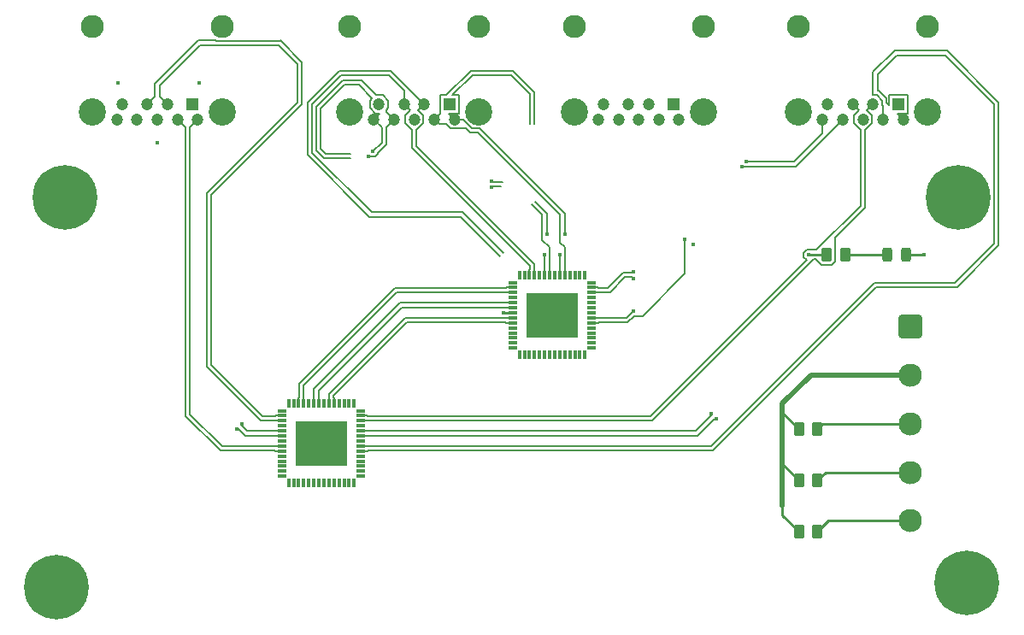
<source format=gbr>
%TF.GenerationSoftware,KiCad,Pcbnew,7.0.2*%
%TF.CreationDate,2023-08-08T23:25:05-03:00*%
%TF.ProjectId,USB Switch,55534220-5377-4697-9463-682e6b696361,rev?*%
%TF.SameCoordinates,Original*%
%TF.FileFunction,Copper,L1,Top*%
%TF.FilePolarity,Positive*%
%FSLAX46Y46*%
G04 Gerber Fmt 4.6, Leading zero omitted, Abs format (unit mm)*
G04 Created by KiCad (PCBNEW 7.0.2) date 2023-08-08 23:25:05*
%MOMM*%
%LPD*%
G01*
G04 APERTURE LIST*
G04 Aperture macros list*
%AMRoundRect*
0 Rectangle with rounded corners*
0 $1 Rounding radius*
0 $2 $3 $4 $5 $6 $7 $8 $9 X,Y pos of 4 corners*
0 Add a 4 corners polygon primitive as box body*
4,1,4,$2,$3,$4,$5,$6,$7,$8,$9,$2,$3,0*
0 Add four circle primitives for the rounded corners*
1,1,$1+$1,$2,$3*
1,1,$1+$1,$4,$5*
1,1,$1+$1,$6,$7*
1,1,$1+$1,$8,$9*
0 Add four rect primitives between the rounded corners*
20,1,$1+$1,$2,$3,$4,$5,0*
20,1,$1+$1,$4,$5,$6,$7,0*
20,1,$1+$1,$6,$7,$8,$9,0*
20,1,$1+$1,$8,$9,$2,$3,0*%
G04 Aperture macros list end*
%TA.AperFunction,ComponentPad*%
%ADD10R,1.200000X1.200000*%
%TD*%
%TA.AperFunction,ComponentPad*%
%ADD11C,1.200000*%
%TD*%
%TA.AperFunction,ComponentPad*%
%ADD12C,2.700000*%
%TD*%
%TA.AperFunction,ComponentPad*%
%ADD13C,2.280000*%
%TD*%
%TA.AperFunction,SMDPad,CuDef*%
%ADD14RoundRect,0.250000X0.262500X0.450000X-0.262500X0.450000X-0.262500X-0.450000X0.262500X-0.450000X0*%
%TD*%
%TA.AperFunction,SMDPad,CuDef*%
%ADD15RoundRect,0.250000X-0.262500X-0.450000X0.262500X-0.450000X0.262500X0.450000X-0.262500X0.450000X0*%
%TD*%
%TA.AperFunction,SMDPad,CuDef*%
%ADD16RoundRect,0.008100X-0.421900X-0.126900X0.421900X-0.126900X0.421900X0.126900X-0.421900X0.126900X0*%
%TD*%
%TA.AperFunction,SMDPad,CuDef*%
%ADD17RoundRect,0.008100X0.126900X-0.421900X0.126900X0.421900X-0.126900X0.421900X-0.126900X-0.421900X0*%
%TD*%
%TA.AperFunction,SMDPad,CuDef*%
%ADD18R,5.200000X4.500000*%
%TD*%
%TA.AperFunction,ComponentPad*%
%ADD19C,0.800000*%
%TD*%
%TA.AperFunction,ComponentPad*%
%ADD20C,6.400000*%
%TD*%
%TA.AperFunction,ComponentPad*%
%ADD21RoundRect,0.250001X-0.899999X0.899999X-0.899999X-0.899999X0.899999X-0.899999X0.899999X0.899999X0*%
%TD*%
%TA.AperFunction,ComponentPad*%
%ADD22C,2.300000*%
%TD*%
%TA.AperFunction,SMDPad,CuDef*%
%ADD23RoundRect,0.243750X0.243750X0.456250X-0.243750X0.456250X-0.243750X-0.456250X0.243750X-0.456250X0*%
%TD*%
%TA.AperFunction,ViaPad*%
%ADD24C,0.400000*%
%TD*%
%TA.AperFunction,Conductor*%
%ADD25C,0.500000*%
%TD*%
%TA.AperFunction,Conductor*%
%ADD26C,0.250000*%
%TD*%
%TA.AperFunction,Conductor*%
%ADD27C,0.200000*%
%TD*%
G04 APERTURE END LIST*
D10*
%TO.P,USB1,1,VBUS*%
%TO.N,/Switch/+5V*%
X66381087Y-82095000D03*
D11*
%TO.P,USB1,2,D-*%
%TO.N,/Switch/D0-*%
X63881087Y-82095000D03*
%TO.P,USB1,3,D+*%
%TO.N,/Switch/D0+*%
X61881087Y-82095000D03*
%TO.P,USB1,4,GND*%
%TO.N,GND*%
X59381087Y-82095000D03*
%TO.P,USB1,5,SSRX-*%
%TO.N,/Switch/D1-*%
X58881087Y-83595000D03*
%TO.P,USB1,6,SSRX+*%
%TO.N,/Switch/D1+*%
X60881087Y-83595000D03*
%TO.P,USB1,7,GND_DRAIN*%
%TO.N,GND*%
X62881087Y-83595000D03*
%TO.P,USB1,8,SSTX-*%
%TO.N,/Switch/D2-*%
X64881087Y-83595000D03*
%TO.P,USB1,9,SSTX+*%
%TO.N,/Switch/D2+*%
X66881087Y-83595000D03*
D12*
%TO.P,USB1,MH1,MH1*%
%TO.N,unconnected-(USB1-PadMH1)*%
X69281087Y-82845000D03*
%TO.P,USB1,MH2,MH2*%
%TO.N,unconnected-(USB1-PadMH2)*%
X56481087Y-82845000D03*
D13*
%TO.P,USB1,MH3,MH3*%
%TO.N,unconnected-(USB1-PadMH3)*%
X69281087Y-74345000D03*
%TO.P,USB1,MH4,MH4*%
%TO.N,unconnected-(USB1-PadMH4)*%
X56481087Y-74345000D03*
%TD*%
D14*
%TO.P,R3,1*%
%TO.N,/S1*%
X128245000Y-119380000D03*
%TO.P,R3,2*%
%TO.N,/GND*%
X126420000Y-119380000D03*
%TD*%
D10*
%TO.P,USB4,1,VBUS*%
%TO.N,unconnected-(USB4-VBUS-Pad1)*%
X136281087Y-82095000D03*
D11*
%TO.P,USB4,2,D-*%
%TO.N,/Switch/USB_C_D0-*%
X133781087Y-82095000D03*
%TO.P,USB4,3,D+*%
%TO.N,/Switch/USB_C_D0+*%
X131781087Y-82095000D03*
%TO.P,USB4,4,GND*%
%TO.N,unconnected-(USB4-GND-Pad4)*%
X129281087Y-82095000D03*
%TO.P,USB4,5,SSRX-*%
%TO.N,/Switch/USB_C_D1-*%
X128781087Y-83595000D03*
%TO.P,USB4,6,SSRX+*%
%TO.N,/Switch/USB_C_D1+*%
X130781087Y-83595000D03*
%TO.P,USB4,7,GND_DRAIN*%
%TO.N,unconnected-(USB4-GND_DRAIN-Pad7)*%
X132781087Y-83595000D03*
%TO.P,USB4,8,SSTX-*%
%TO.N,/Switch/USB_C_D2-*%
X134781087Y-83595000D03*
%TO.P,USB4,9,SSTX+*%
%TO.N,/Switch/USB_C_D2+*%
X136781087Y-83595000D03*
D12*
%TO.P,USB4,MH1,MH1*%
%TO.N,unconnected-(USB4-PadMH1)*%
X139181087Y-82845000D03*
%TO.P,USB4,MH2,MH2*%
%TO.N,unconnected-(USB4-PadMH2)*%
X126381087Y-82845000D03*
D13*
%TO.P,USB4,MH3,MH3*%
%TO.N,unconnected-(USB4-PadMH3)*%
X139181087Y-74345000D03*
%TO.P,USB4,MH4,MH4*%
%TO.N,unconnected-(USB4-PadMH4)*%
X126381087Y-74345000D03*
%TD*%
D15*
%TO.P,R1,1*%
%TO.N,/+5V*%
X129175000Y-97000000D03*
%TO.P,R1,2*%
%TO.N,Net-(D1-A)*%
X131000000Y-97000000D03*
%TD*%
D10*
%TO.P,USB3,1,VBUS*%
%TO.N,unconnected-(USB3-VBUS-Pad1)*%
X114056087Y-82095000D03*
D11*
%TO.P,USB3,2,D-*%
%TO.N,/Switch/USB_B_D0-*%
X111556087Y-82095000D03*
%TO.P,USB3,3,D+*%
%TO.N,/Switch/USB_B_D0+*%
X109556087Y-82095000D03*
%TO.P,USB3,4,GND*%
%TO.N,unconnected-(USB3-GND-Pad4)*%
X107056087Y-82095000D03*
%TO.P,USB3,5,SSRX-*%
%TO.N,/Switch/USB_B_D1-*%
X106556087Y-83595000D03*
%TO.P,USB3,6,SSRX+*%
%TO.N,/Switch/USB_B_D1+*%
X108556087Y-83595000D03*
%TO.P,USB3,7,GND_DRAIN*%
%TO.N,unconnected-(USB3-GND_DRAIN-Pad7)*%
X110556087Y-83595000D03*
%TO.P,USB3,8,SSTX-*%
%TO.N,/Switch/USB_B_D2-*%
X112556087Y-83595000D03*
%TO.P,USB3,9,SSTX+*%
%TO.N,/Switch/USB_B_D2+*%
X114556087Y-83595000D03*
D12*
%TO.P,USB3,MH1,MH1*%
%TO.N,unconnected-(USB3-PadMH1)*%
X116956087Y-82845000D03*
%TO.P,USB3,MH2,MH2*%
%TO.N,unconnected-(USB3-PadMH2)*%
X104156087Y-82845000D03*
D13*
%TO.P,USB3,MH3,MH3*%
%TO.N,unconnected-(USB3-PadMH3)*%
X116956087Y-74345000D03*
%TO.P,USB3,MH4,MH4*%
%TO.N,unconnected-(USB3-PadMH4)*%
X104156087Y-74345000D03*
%TD*%
D16*
%TO.P,S1,1,AUX_SEL*%
%TO.N,/S1*%
X75198000Y-112445000D03*
%TO.P,S1,2,D0_C+*%
%TO.N,/Switch/D0+*%
X75198000Y-112945000D03*
%TO.P,S1,3,D0_C-*%
%TO.N,/Switch/D0-*%
X75198000Y-113445000D03*
%TO.P,S1,4,GND0*%
%TO.N,GND*%
X75198000Y-113945000D03*
%TO.P,S1,5,D1_C+*%
%TO.N,/Switch/D1+*%
X75198000Y-114445000D03*
%TO.P,S1,6,D1_C-*%
%TO.N,/Switch/D1-*%
X75198000Y-114945000D03*
%TO.P,S1,7,GND1*%
%TO.N,GND*%
X75198000Y-115445000D03*
%TO.P,S1,8,D2_C+*%
%TO.N,/Switch/D2+*%
X75198000Y-115945000D03*
%TO.P,S1,9,D2_C-*%
%TO.N,/Switch/D2-*%
X75198000Y-116445000D03*
%TO.P,S1,10,GND2*%
%TO.N,GND*%
X75198000Y-116945000D03*
%TO.P,S1,11,D3_C+*%
%TO.N,unconnected-(S1-D3_C+-Pad11)*%
X75198000Y-117445000D03*
%TO.P,S1,12,D3_C-*%
%TO.N,unconnected-(S1-D3_C--Pad12)*%
X75198000Y-117945000D03*
%TO.P,S1,13,AUX_C+*%
%TO.N,unconnected-(S1-AUX_C+-Pad13)*%
X75198000Y-118445000D03*
%TO.P,S1,14,AUX_C-*%
%TO.N,unconnected-(S1-AUX_C--Pad14)*%
X75198000Y-118945000D03*
D17*
%TO.P,S1,15,HPD_C*%
%TO.N,unconnected-(S1-HPD_C-Pad15)*%
X75883000Y-119630000D03*
%TO.P,S1,16,HPD_A*%
%TO.N,unconnected-(S1-HPD_A-Pad16)*%
X76383000Y-119630000D03*
%TO.P,S1,17,HPD_B*%
%TO.N,unconnected-(S1-HPD_B-Pad17)*%
X76883000Y-119630000D03*
%TO.P,S1,18,DDC_CLK_C*%
%TO.N,unconnected-(S1-DDC_CLK_C-Pad18)*%
X77383000Y-119630000D03*
%TO.P,S1,19,VDD0*%
%TO.N,/Switch/+5V*%
X77883000Y-119630000D03*
%TO.P,S1,20,NC0*%
%TO.N,unconnected-(S1-NC0-Pad20)*%
X78383000Y-119630000D03*
%TO.P,S1,21,NC1*%
%TO.N,unconnected-(S1-NC1-Pad21)*%
X78883000Y-119630000D03*
%TO.P,S1,22,DDC_CLK_B*%
%TO.N,unconnected-(S1-DDC_CLK_B-Pad22)*%
X79383000Y-119630000D03*
%TO.P,S1,23,DDC_DAT_B*%
%TO.N,unconnected-(S1-DDC_DAT_B-Pad23)*%
X79883000Y-119630000D03*
%TO.P,S1,24,AUX_B+*%
%TO.N,unconnected-(S1-AUX_B+-Pad24)*%
X80383000Y-119630000D03*
%TO.P,S1,25,AUX_B-*%
%TO.N,unconnected-(S1-AUX_B--Pad25)*%
X80883000Y-119630000D03*
%TO.P,S1,26,DDC_DAT_C*%
%TO.N,unconnected-(S1-DDC_DAT_C-Pad26)*%
X81383000Y-119630000D03*
%TO.P,S1,27,DDC_CLK_A*%
%TO.N,unconnected-(S1-DDC_CLK_A-Pad27)*%
X81883000Y-119630000D03*
%TO.P,S1,28,DDC_DAT_A*%
%TO.N,unconnected-(S1-DDC_DAT_A-Pad28)*%
X82383000Y-119630000D03*
D16*
%TO.P,S1,29,AUX_A-*%
%TO.N,unconnected-(S1-AUX_A--Pad29)*%
X83068000Y-118945000D03*
%TO.P,S1,30,AUX_A+*%
%TO.N,unconnected-(S1-AUX_A+-Pad30)*%
X83068000Y-118445000D03*
%TO.P,S1,31,D3_B-*%
%TO.N,unconnected-(S1-D3_B--Pad31)*%
X83068000Y-117945000D03*
%TO.P,S1,32,D3_B+*%
%TO.N,unconnected-(S1-D3_B+-Pad32)*%
X83068000Y-117445000D03*
%TO.P,S1,33,GND3*%
%TO.N,GND*%
X83068000Y-116945000D03*
%TO.P,S1,34,D2_B-*%
%TO.N,/Switch/USB_C_D2-*%
X83068000Y-116445000D03*
%TO.P,S1,35,D2_B+*%
%TO.N,/Switch/USB_C_D2+*%
X83068000Y-115945000D03*
%TO.P,S1,36,GND4*%
%TO.N,GND*%
X83068000Y-115445000D03*
%TO.P,S1,37,D1_B-*%
%TO.N,/Switch/USB_C_D1-*%
X83068000Y-114945000D03*
%TO.P,S1,38,D1_B+*%
%TO.N,/Switch/USB_C_D1+*%
X83068000Y-114445000D03*
%TO.P,S1,39,GND5*%
%TO.N,GND*%
X83068000Y-113945000D03*
%TO.P,S1,40,D0_B-*%
%TO.N,/Switch/USB_C_D0-*%
X83068000Y-113445000D03*
%TO.P,S1,41,D0_B+*%
%TO.N,/Switch/USB_C_D0+*%
X83068000Y-112945000D03*
%TO.P,S1,42,NC2*%
%TO.N,unconnected-(S1-NC2-Pad42)*%
X83068000Y-112445000D03*
D17*
%TO.P,S1,43,OE*%
%TO.N,/Switch/+5V*%
X82383000Y-111760000D03*
%TO.P,S1,44,D3_A-*%
%TO.N,unconnected-(S1-D3_A--Pad44)*%
X81883000Y-111760000D03*
%TO.P,S1,45,D3_A+*%
%TO.N,unconnected-(S1-D3_A+-Pad45)*%
X81383000Y-111760000D03*
%TO.P,S1,46,GND6*%
%TO.N,GND*%
X80883000Y-111760000D03*
%TO.P,S1,47,D2_A-*%
%TO.N,/Switch/USB_AB_D2-*%
X80383000Y-111760000D03*
%TO.P,S1,48,D2_A+*%
%TO.N,/Switch/USB_AB_D2+*%
X79883000Y-111760000D03*
%TO.P,S1,49,GND7*%
%TO.N,GND*%
X79383000Y-111760000D03*
%TO.P,S1,50,D1_A-*%
%TO.N,/Switch/USB_AB_D1-*%
X78883000Y-111760000D03*
%TO.P,S1,51,D1_A+*%
%TO.N,/Switch/USB_AB_D1+*%
X78383000Y-111760000D03*
%TO.P,S1,52,GND8*%
%TO.N,GND*%
X77883000Y-111760000D03*
%TO.P,S1,53,D0_A-*%
%TO.N,/Switch/USB_AB_D0-*%
X77383000Y-111760000D03*
%TO.P,S1,54,D0_A+*%
%TO.N,/Switch/USB_AB_D0+*%
X76883000Y-111760000D03*
%TO.P,S1,55,VDD1*%
%TO.N,/Switch/+5V*%
X76383000Y-111760000D03*
%TO.P,S1,56,DX_SEL*%
%TO.N,/S1*%
X75883000Y-111760000D03*
D18*
%TO.P,S1,57,PAD*%
%TO.N,GND*%
X79133000Y-115695000D03*
%TD*%
D19*
%TO.P,REF\u002A\u002A,1*%
%TO.N,N/C*%
X51367056Y-91300000D03*
X52070000Y-89602944D03*
X52070000Y-92997056D03*
X53767056Y-88900000D03*
D20*
X53767056Y-91300000D03*
D19*
X53767056Y-93700000D03*
X55464112Y-89602944D03*
X55464112Y-92997056D03*
X56167056Y-91300000D03*
%TD*%
D21*
%TO.P,J1,1,Pin_1*%
%TO.N,/+5V*%
X137492500Y-104140000D03*
D22*
%TO.P,J1,2,Pin_2*%
%TO.N,/GND*%
X137492500Y-108940000D03*
%TO.P,J1,3,Pin_3*%
%TO.N,/S0*%
X137492500Y-113740000D03*
%TO.P,J1,4,Pin_4*%
%TO.N,/S1*%
X137492500Y-118540000D03*
%TO.P,J1,5,Pin_5*%
%TO.N,/CLOCK*%
X137492500Y-123340000D03*
%TD*%
D19*
%TO.P,REF\u002A\u002A,1*%
%TO.N,N/C*%
X139840000Y-91300000D03*
X140542944Y-89602944D03*
X140542944Y-92997056D03*
X142240000Y-88900000D03*
D20*
X142240000Y-91300000D03*
D19*
X142240000Y-93700000D03*
X143937056Y-89602944D03*
X143937056Y-92997056D03*
X144640000Y-91300000D03*
%TD*%
D14*
%TO.P,R4,1*%
%TO.N,/CLOCK*%
X128245000Y-124460000D03*
%TO.P,R4,2*%
%TO.N,/GND*%
X126420000Y-124460000D03*
%TD*%
D16*
%TO.P,S2,1,AUX_SEL*%
%TO.N,/S0*%
X98058000Y-99745000D03*
%TO.P,S2,2,D0_C+*%
%TO.N,/Switch/USB_AB_D0+*%
X98058000Y-100245000D03*
%TO.P,S2,3,D0_C-*%
%TO.N,/Switch/USB_AB_D0-*%
X98058000Y-100745000D03*
%TO.P,S2,4,GND0*%
%TO.N,GND*%
X98058000Y-101245000D03*
%TO.P,S2,5,D1_C+*%
%TO.N,/Switch/USB_AB_D1+*%
X98058000Y-101745000D03*
%TO.P,S2,6,D1_C-*%
%TO.N,/Switch/USB_AB_D1-*%
X98058000Y-102245000D03*
%TO.P,S2,7,GND1*%
%TO.N,GND*%
X98058000Y-102745000D03*
%TO.P,S2,8,D2_C+*%
%TO.N,/Switch/USB_AB_D2+*%
X98058000Y-103245000D03*
%TO.P,S2,9,D2_C-*%
%TO.N,/Switch/USB_AB_D2-*%
X98058000Y-103745000D03*
%TO.P,S2,10,GND2*%
%TO.N,GND*%
X98058000Y-104245000D03*
%TO.P,S2,11,D3_C+*%
%TO.N,unconnected-(S2-D3_C+-Pad11)*%
X98058000Y-104745000D03*
%TO.P,S2,12,D3_C-*%
%TO.N,unconnected-(S2-D3_C--Pad12)*%
X98058000Y-105245000D03*
%TO.P,S2,13,AUX_C+*%
%TO.N,unconnected-(S2-AUX_C+-Pad13)*%
X98058000Y-105745000D03*
%TO.P,S2,14,AUX_C-*%
%TO.N,unconnected-(S2-AUX_C--Pad14)*%
X98058000Y-106245000D03*
D17*
%TO.P,S2,15,HPD_C*%
%TO.N,unconnected-(S2-HPD_C-Pad15)*%
X98743000Y-106930000D03*
%TO.P,S2,16,HPD_A*%
%TO.N,unconnected-(S2-HPD_A-Pad16)*%
X99243000Y-106930000D03*
%TO.P,S2,17,HPD_B*%
%TO.N,unconnected-(S2-HPD_B-Pad17)*%
X99743000Y-106930000D03*
%TO.P,S2,18,DDC_CLK_C*%
%TO.N,unconnected-(S2-DDC_CLK_C-Pad18)*%
X100243000Y-106930000D03*
%TO.P,S2,19,VDD0*%
%TO.N,/Switch/+5V*%
X100743000Y-106930000D03*
%TO.P,S2,20,NC0*%
%TO.N,unconnected-(S2-NC0-Pad20)*%
X101243000Y-106930000D03*
%TO.P,S2,21,NC1*%
%TO.N,unconnected-(S2-NC1-Pad21)*%
X101743000Y-106930000D03*
%TO.P,S2,22,DDC_CLK_B*%
%TO.N,unconnected-(S2-DDC_CLK_B-Pad22)*%
X102243000Y-106930000D03*
%TO.P,S2,23,DDC_DAT_B*%
%TO.N,unconnected-(S2-DDC_DAT_B-Pad23)*%
X102743000Y-106930000D03*
%TO.P,S2,24,AUX_B+*%
%TO.N,unconnected-(S2-AUX_B+-Pad24)*%
X103243000Y-106930000D03*
%TO.P,S2,25,AUX_B-*%
%TO.N,unconnected-(S2-AUX_B--Pad25)*%
X103743000Y-106930000D03*
%TO.P,S2,26,DDC_DAT_C*%
%TO.N,unconnected-(S2-DDC_DAT_C-Pad26)*%
X104243000Y-106930000D03*
%TO.P,S2,27,DDC_CLK_A*%
%TO.N,unconnected-(S2-DDC_CLK_A-Pad27)*%
X104743000Y-106930000D03*
%TO.P,S2,28,DDC_DAT_A*%
%TO.N,unconnected-(S2-DDC_DAT_A-Pad28)*%
X105243000Y-106930000D03*
D16*
%TO.P,S2,29,AUX_A-*%
%TO.N,unconnected-(S2-AUX_A--Pad29)*%
X105928000Y-106245000D03*
%TO.P,S2,30,AUX_A+*%
%TO.N,unconnected-(S2-AUX_A+-Pad30)*%
X105928000Y-105745000D03*
%TO.P,S2,31,D3_B-*%
%TO.N,unconnected-(S2-D3_B--Pad31)*%
X105928000Y-105245000D03*
%TO.P,S2,32,D3_B+*%
%TO.N,unconnected-(S2-D3_B+-Pad32)*%
X105928000Y-104745000D03*
%TO.P,S2,33,GND3*%
%TO.N,GND*%
X105928000Y-104245000D03*
%TO.P,S2,34,D2_B-*%
%TO.N,/Switch/USB_B_D2-*%
X105928000Y-103745000D03*
%TO.P,S2,35,D2_B+*%
%TO.N,/Switch/USB_B_D2+*%
X105928000Y-103245000D03*
%TO.P,S2,36,GND4*%
%TO.N,GND*%
X105928000Y-102745000D03*
%TO.P,S2,37,D1_B-*%
%TO.N,/Switch/USB_B_D1-*%
X105928000Y-102245000D03*
%TO.P,S2,38,D1_B+*%
%TO.N,/Switch/USB_B_D1+*%
X105928000Y-101745000D03*
%TO.P,S2,39,GND5*%
%TO.N,GND*%
X105928000Y-101245000D03*
%TO.P,S2,40,D0_B-*%
%TO.N,/Switch/USB_B_D0-*%
X105928000Y-100745000D03*
%TO.P,S2,41,D0_B+*%
%TO.N,/Switch/USB_B_D0+*%
X105928000Y-100245000D03*
%TO.P,S2,42,NC2*%
%TO.N,unconnected-(S2-NC2-Pad42)*%
X105928000Y-99745000D03*
D17*
%TO.P,S2,43,OE*%
%TO.N,/Switch/+5V*%
X105243000Y-99060000D03*
%TO.P,S2,44,D3_A-*%
%TO.N,unconnected-(S2-D3_A--Pad44)*%
X104743000Y-99060000D03*
%TO.P,S2,45,D3_A+*%
%TO.N,unconnected-(S2-D3_A+-Pad45)*%
X104243000Y-99060000D03*
%TO.P,S2,46,GND6*%
%TO.N,GND*%
X103743000Y-99060000D03*
%TO.P,S2,47,D2_A-*%
%TO.N,/Switch/USB_A_D2-*%
X103243000Y-99060000D03*
%TO.P,S2,48,D2_A+*%
%TO.N,/Switch/USB_A_D2+*%
X102743000Y-99060000D03*
%TO.P,S2,49,GND7*%
%TO.N,GND*%
X102243000Y-99060000D03*
%TO.P,S2,50,D1_A-*%
%TO.N,/Switch/USB_A_D1-*%
X101743000Y-99060000D03*
%TO.P,S2,51,D1_A+*%
%TO.N,/Switch/USB_A_D1+*%
X101243000Y-99060000D03*
%TO.P,S2,52,GND8*%
%TO.N,GND*%
X100743000Y-99060000D03*
%TO.P,S2,53,D0_A-*%
%TO.N,/Switch/USB_A_D0-*%
X100243000Y-99060000D03*
%TO.P,S2,54,D0_A+*%
%TO.N,/Switch/USB_A_D0+*%
X99743000Y-99060000D03*
%TO.P,S2,55,VDD1*%
%TO.N,/Switch/+5V*%
X99243000Y-99060000D03*
%TO.P,S2,56,DX_SEL*%
%TO.N,/S0*%
X98743000Y-99060000D03*
D18*
%TO.P,S2,57,PAD*%
%TO.N,GND*%
X101993000Y-102995000D03*
%TD*%
D23*
%TO.P,D1,1,K*%
%TO.N,/GND*%
X137042500Y-97000000D03*
%TO.P,D1,2,A*%
%TO.N,Net-(D1-A)*%
X135167500Y-97000000D03*
%TD*%
D19*
%TO.P,REF\u002A\u002A,1*%
%TO.N,N/C*%
X50512944Y-129967056D03*
X51215888Y-128270000D03*
X51215888Y-131664112D03*
X52912944Y-127567056D03*
D20*
X52912944Y-129967056D03*
D19*
X52912944Y-132367056D03*
X54610000Y-128270000D03*
X54610000Y-131664112D03*
X55312944Y-129967056D03*
%TD*%
%TO.P,REF\u002A\u002A,1*%
%TO.N,N/C*%
X140682944Y-129540000D03*
X141385888Y-127842944D03*
X141385888Y-131237056D03*
X143082944Y-127140000D03*
D20*
X143082944Y-129540000D03*
D19*
X143082944Y-131940000D03*
X144780000Y-127842944D03*
X144780000Y-131237056D03*
X145482944Y-129540000D03*
%TD*%
D10*
%TO.P,USB2,1,VBUS*%
%TO.N,unconnected-(USB2-VBUS-Pad1)*%
X91831087Y-82095000D03*
D11*
%TO.P,USB2,2,D-*%
%TO.N,/Switch/USB_A_D0-*%
X89331087Y-82095000D03*
%TO.P,USB2,3,D+*%
%TO.N,/Switch/USB_A_D0+*%
X87331087Y-82095000D03*
%TO.P,USB2,4,GND*%
%TO.N,unconnected-(USB2-GND-Pad4)*%
X84831087Y-82095000D03*
%TO.P,USB2,5,SSRX-*%
%TO.N,/Switch/USB_A_D1-*%
X84331087Y-83595000D03*
%TO.P,USB2,6,SSRX+*%
%TO.N,/Switch/USB_A_D1+*%
X86331087Y-83595000D03*
%TO.P,USB2,7,GND_DRAIN*%
%TO.N,unconnected-(USB2-GND_DRAIN-Pad7)*%
X88331087Y-83595000D03*
%TO.P,USB2,8,SSTX-*%
%TO.N,/Switch/USB_A_D2-*%
X90331087Y-83595000D03*
%TO.P,USB2,9,SSTX+*%
%TO.N,/Switch/USB_A_D2+*%
X92331087Y-83595000D03*
D12*
%TO.P,USB2,MH1,MH1*%
%TO.N,unconnected-(USB2-PadMH1)*%
X94731087Y-82845000D03*
%TO.P,USB2,MH2,MH2*%
%TO.N,unconnected-(USB2-PadMH2)*%
X81931087Y-82845000D03*
D13*
%TO.P,USB2,MH3,MH3*%
%TO.N,unconnected-(USB2-PadMH3)*%
X94731087Y-74345000D03*
%TO.P,USB2,MH4,MH4*%
%TO.N,unconnected-(USB2-PadMH4)*%
X81931087Y-74345000D03*
%TD*%
D14*
%TO.P,R2,1*%
%TO.N,/S0*%
X128245000Y-114300000D03*
%TO.P,R2,2*%
%TO.N,/GND*%
X126420000Y-114300000D03*
%TD*%
D24*
%TO.N,/GND*%
X138827000Y-97000000D03*
%TO.N,GND*%
X62881087Y-85881087D03*
X97153000Y-102750000D03*
X59000000Y-80000000D03*
%TO.N,/Switch/D1+*%
X71229810Y-113770190D03*
%TO.N,/Switch/D1-*%
X70770190Y-114229810D03*
%TO.N,/Switch/+5V*%
X67000000Y-80000000D03*
%TO.N,/Switch/USB_C_D1-*%
X121229810Y-87770190D03*
X118229810Y-113229810D03*
%TO.N,/Switch/USB_C_D1+*%
X120770190Y-88229810D03*
X117770190Y-112770190D03*
%TO.N,/Switch/USB_B_D2-*%
X115156651Y-95478851D03*
%TO.N,/Switch/USB_B_D2+*%
X110000000Y-102545000D03*
X116000000Y-96000000D03*
%TO.N,/Switch/USB_B_D0-*%
X110000000Y-99325000D03*
%TO.N,/Switch/USB_B_D0+*%
X110000000Y-98675000D03*
%TO.N,/Switch/USB_A_D2+*%
X102743500Y-97000000D03*
X103274499Y-95000000D03*
%TO.N,/Switch/USB_A_D1-*%
X84229810Y-86770190D03*
X96000000Y-89675000D03*
%TO.N,/Switch/USB_A_D1+*%
X101499500Y-95000000D03*
X101243000Y-97000000D03*
X83770190Y-87229810D03*
X96000000Y-90325000D03*
%TO.N,/+5V*%
X127397000Y-97000000D03*
%TD*%
D25*
%TO.N,/GND*%
X124792500Y-111760000D02*
X127612500Y-108940000D01*
X127612500Y-108940000D02*
X137492500Y-108940000D01*
D26*
X126420000Y-119380000D02*
X124792500Y-117752500D01*
X126420000Y-114300000D02*
X124792500Y-112672500D01*
X138827000Y-97000000D02*
X137042500Y-97000000D01*
D25*
X124792500Y-121920000D02*
X124792500Y-111760000D01*
D26*
X124792500Y-117752500D02*
X124792500Y-111760000D01*
X131780000Y-108940000D02*
X137492500Y-108940000D01*
X124792500Y-112672500D02*
X124792500Y-111760000D01*
X124792500Y-122832500D02*
X124792500Y-121920000D01*
X126420000Y-124460000D02*
X124792500Y-122832500D01*
D27*
%TO.N,/Switch/D0+*%
X62656086Y-81320001D02*
X61881087Y-82095000D01*
X68225000Y-91093200D02*
X77225000Y-82093200D01*
X74527999Y-112970000D02*
X73288200Y-112970000D01*
X74552999Y-112945000D02*
X74527999Y-112970000D01*
X62656086Y-80025714D02*
X62656086Y-81320001D01*
X75198000Y-112945000D02*
X74552999Y-112945000D01*
X75093200Y-75775000D02*
X75083200Y-75785000D01*
X68684619Y-75785000D02*
X68674619Y-75775000D01*
X73288200Y-112970000D02*
X68225000Y-107906800D01*
X66906800Y-75775000D02*
X62656086Y-80025714D01*
X75083200Y-75785000D02*
X68684619Y-75785000D01*
X68674619Y-75775000D02*
X66906800Y-75775000D01*
X77225000Y-82093200D02*
X77225000Y-77906800D01*
X68225000Y-107906800D02*
X68225000Y-91093200D01*
X77225000Y-77906800D02*
X75093200Y-75775000D01*
%TO.N,/Switch/D0-*%
X67093200Y-76225000D02*
X63106088Y-80212112D01*
X63106088Y-81320001D02*
X63881087Y-82095000D01*
X76775000Y-81906800D02*
X76775000Y-78093200D01*
X74906800Y-76225000D02*
X67093200Y-76225000D01*
X75198000Y-113445000D02*
X74552999Y-113445000D01*
X74527999Y-113420000D02*
X73101800Y-113420000D01*
X63106088Y-80212112D02*
X63106088Y-81320001D01*
X67775000Y-90906800D02*
X76775000Y-81906800D01*
X74552999Y-113445000D02*
X74527999Y-113420000D01*
X67775000Y-108093200D02*
X67775000Y-90906800D01*
X73101800Y-113420000D02*
X67775000Y-108093200D01*
X76775000Y-78093200D02*
X74906800Y-76225000D01*
D26*
%TO.N,GND*%
X97153000Y-102750000D02*
X97158000Y-102745000D01*
X97158000Y-102745000D02*
X98058000Y-102745000D01*
D27*
%TO.N,/Switch/D1+*%
X74552999Y-114445000D02*
X74527999Y-114470000D01*
X71229810Y-113911611D02*
X71229810Y-113770190D01*
X74527999Y-114470000D02*
X71788199Y-114470000D01*
X71788199Y-114470000D02*
X71229810Y-113911611D01*
X75198000Y-114445000D02*
X74552999Y-114445000D01*
%TO.N,/Switch/D1-*%
X70911611Y-114229810D02*
X70770190Y-114229810D01*
X71601801Y-114920000D02*
X70911611Y-114229810D01*
X74527999Y-114920000D02*
X71601801Y-114920000D01*
X74552999Y-114945000D02*
X74527999Y-114920000D01*
X75198000Y-114945000D02*
X74552999Y-114945000D01*
%TO.N,/Switch/D2+*%
X69288200Y-115970000D02*
X74527999Y-115970000D01*
X66881087Y-83595000D02*
X66106088Y-84369999D01*
X74552999Y-115945000D02*
X75198000Y-115945000D01*
X74527999Y-115970000D02*
X74552999Y-115945000D01*
X66106088Y-112787888D02*
X69288200Y-115970000D01*
X66106088Y-84369999D02*
X66106088Y-112787888D01*
%TO.N,/Switch/D2-*%
X74552999Y-116445000D02*
X75198000Y-116445000D01*
X65656086Y-112974286D02*
X69101800Y-116420000D01*
X74527999Y-116420000D02*
X74552999Y-116445000D01*
X69101800Y-116420000D02*
X74527999Y-116420000D01*
X65656086Y-84369999D02*
X65656086Y-112974286D01*
X64881087Y-83595000D02*
X65656086Y-84369999D01*
%TO.N,/Switch/USB_C_D2-*%
X117898200Y-116420000D02*
X134093200Y-100225000D01*
X146225000Y-81906800D02*
X141093200Y-76775000D01*
X133775000Y-81195000D02*
X134153880Y-81195000D01*
X83738001Y-116420000D02*
X117898200Y-116420000D01*
X134681087Y-81722207D02*
X134681087Y-82131397D01*
X134781087Y-82231397D02*
X134781087Y-83595000D01*
X133775000Y-78906800D02*
X133775000Y-81195000D01*
X134681087Y-82131397D02*
X134781087Y-82231397D01*
X146225000Y-96093200D02*
X146225000Y-81906800D01*
X142093200Y-100225000D02*
X146225000Y-96093200D01*
X134153880Y-81195000D02*
X134681087Y-81722207D01*
X83713001Y-116445000D02*
X83738001Y-116420000D01*
X135906800Y-76775000D02*
X133775000Y-78906800D01*
X83068000Y-116445000D02*
X83713001Y-116445000D01*
X141093200Y-76775000D02*
X135906800Y-76775000D01*
X134093200Y-100225000D02*
X142093200Y-100225000D01*
%TO.N,/Switch/USB_C_D2+*%
X145775000Y-95906800D02*
X145775000Y-82093200D01*
X135131068Y-81944981D02*
X135381087Y-82195000D01*
X135381087Y-82195000D02*
X135381087Y-81195000D01*
X141906800Y-99775000D02*
X145775000Y-95906800D01*
X136181087Y-82995000D02*
X136781087Y-83595000D01*
X83738001Y-115970000D02*
X117711800Y-115970000D01*
X134225000Y-80745019D02*
X134340269Y-80745019D01*
X145775000Y-82093200D02*
X140906800Y-77225000D01*
X136093200Y-77225000D02*
X134225000Y-79093200D01*
X135131068Y-81535819D02*
X135131068Y-81944981D01*
X134340269Y-80745019D02*
X135131068Y-81535819D01*
X117711800Y-115970000D02*
X133906800Y-99775000D01*
X134225000Y-79093200D02*
X134225000Y-80745019D01*
X83068000Y-115945000D02*
X83713001Y-115945000D01*
X133906800Y-99775000D02*
X141906800Y-99775000D01*
X137181087Y-81195000D02*
X137181087Y-82995000D01*
X137181087Y-82995000D02*
X136181087Y-82995000D01*
X135381087Y-81195000D02*
X137181087Y-81195000D01*
X83713001Y-115945000D02*
X83738001Y-115970000D01*
X140906800Y-77225000D02*
X136093200Y-77225000D01*
%TO.N,/Switch/USB_C_D1-*%
X125959881Y-87779809D02*
X128781087Y-84958603D01*
X83738001Y-114920000D02*
X116398199Y-114920000D01*
X116398199Y-114920000D02*
X118088389Y-113229810D01*
X83068000Y-114945000D02*
X83713001Y-114945000D01*
X121229810Y-87770190D02*
X121239429Y-87779809D01*
X121239429Y-87779809D02*
X125959881Y-87779809D01*
X118088389Y-113229810D02*
X118229810Y-113229810D01*
X83713001Y-114945000D02*
X83738001Y-114920000D01*
X128781087Y-84958603D02*
X128781087Y-83595000D01*
%TO.N,/Switch/USB_C_D1+*%
X120982323Y-88229810D02*
X121022703Y-88270190D01*
X121477297Y-88229810D02*
X126146277Y-88229810D01*
X116211801Y-114470000D02*
X117770190Y-112911611D01*
X120770190Y-88229810D02*
X120982323Y-88229810D01*
X83738001Y-114470000D02*
X116211801Y-114470000D01*
X121022703Y-88270190D02*
X121436917Y-88270190D01*
X117770190Y-112911611D02*
X117770190Y-112770190D01*
X126146277Y-88229810D02*
X130781087Y-83595000D01*
X83713001Y-114445000D02*
X83738001Y-114470000D01*
X121436917Y-88270190D02*
X121477297Y-88229810D01*
X83068000Y-114445000D02*
X83713001Y-114445000D01*
%TO.N,/Switch/USB_C_D0-*%
X133006088Y-84642792D02*
X133006088Y-92312112D01*
X128684683Y-98000000D02*
X128109683Y-97425000D01*
X133681087Y-83222207D02*
X133681087Y-83967793D01*
X133167483Y-82708604D02*
X133681087Y-83222207D01*
X111898200Y-113420000D02*
X83738001Y-113420000D01*
X128109683Y-97425000D02*
X127893200Y-97425000D01*
X133681087Y-83967793D02*
X133006088Y-84642792D01*
X127893200Y-97425000D02*
X111898200Y-113420000D01*
X83738001Y-113420000D02*
X83713001Y-113445000D01*
X133781087Y-82095000D02*
X133167483Y-82708604D01*
X129987500Y-95330700D02*
X129987500Y-97677817D01*
X83713001Y-113445000D02*
X83068000Y-113445000D01*
X129665317Y-98000000D02*
X128684683Y-98000000D01*
X129987500Y-97677817D02*
X129665317Y-98000000D01*
X133006088Y-92312112D02*
X129987500Y-95330700D01*
%TO.N,/Switch/USB_C_D0+*%
X128181800Y-96500000D02*
X127189893Y-96500000D01*
X131881087Y-83967793D02*
X132556086Y-84642792D01*
X111711800Y-112970000D02*
X83738001Y-112970000D01*
X131881087Y-83222207D02*
X131881087Y-83967793D01*
X132556086Y-84642792D02*
X132556086Y-92125714D01*
X127189893Y-96500000D02*
X126897000Y-96792893D01*
X132556086Y-92125714D02*
X128181800Y-96500000D01*
X132394691Y-82708604D02*
X131881087Y-83222207D01*
X83738001Y-112970000D02*
X83713001Y-112945000D01*
X126897000Y-96792893D02*
X126897000Y-97207107D01*
X126897000Y-97207107D02*
X127185846Y-97495954D01*
X127185846Y-97495954D02*
X111711800Y-112970000D01*
X83713001Y-112945000D02*
X83068000Y-112945000D01*
X131781087Y-82095000D02*
X132394691Y-82708604D01*
%TO.N,/Switch/USB_AB_D2-*%
X80383000Y-111114999D02*
X80383000Y-111760000D01*
X87598200Y-103720000D02*
X80358000Y-110960200D01*
X97387999Y-103720000D02*
X87598200Y-103720000D01*
X80358000Y-110960200D02*
X80358000Y-111089999D01*
X98058000Y-103745000D02*
X97412999Y-103745000D01*
X80358000Y-111089999D02*
X80383000Y-111114999D01*
X97412999Y-103745000D02*
X97387999Y-103720000D01*
%TO.N,/Switch/USB_AB_D2+*%
X98058000Y-103245000D02*
X97412999Y-103245000D01*
X79908000Y-110773800D02*
X79908000Y-111089999D01*
X87411800Y-103270000D02*
X79908000Y-110773800D01*
X79883000Y-111114999D02*
X79883000Y-111760000D01*
X97387999Y-103270000D02*
X87411800Y-103270000D01*
X79908000Y-111089999D02*
X79883000Y-111114999D01*
X97412999Y-103245000D02*
X97387999Y-103270000D01*
%TO.N,/Switch/USB_AB_D1-*%
X97387999Y-102220000D02*
X87098200Y-102220000D01*
X97412999Y-102245000D02*
X97387999Y-102220000D01*
X98058000Y-102245000D02*
X97412999Y-102245000D01*
X87098200Y-102220000D02*
X78858000Y-110460200D01*
X78858000Y-110460200D02*
X78858000Y-111089999D01*
X78883000Y-111114999D02*
X78883000Y-111760000D01*
X78858000Y-111089999D02*
X78883000Y-111114999D01*
%TO.N,/Switch/USB_AB_D1+*%
X98058000Y-101745000D02*
X97412999Y-101745000D01*
X86911800Y-101770000D02*
X78408000Y-110273800D01*
X97412999Y-101745000D02*
X97387999Y-101770000D01*
X78408000Y-110273800D02*
X78408000Y-111089999D01*
X78383000Y-111114999D02*
X78383000Y-111760000D01*
X97387999Y-101770000D02*
X86911800Y-101770000D01*
X78408000Y-111089999D02*
X78383000Y-111114999D01*
%TO.N,/Switch/USB_AB_D0-*%
X98058000Y-100745000D02*
X97412999Y-100745000D01*
X97387999Y-100720000D02*
X86598200Y-100720000D01*
X77383000Y-111114999D02*
X77383000Y-111760000D01*
X97412999Y-100745000D02*
X97387999Y-100720000D01*
X86598200Y-100720000D02*
X77358000Y-109960200D01*
X77358000Y-109960200D02*
X77358000Y-111089999D01*
X77358000Y-111089999D02*
X77383000Y-111114999D01*
%TO.N,/Switch/USB_AB_D0+*%
X97387999Y-100270000D02*
X86411800Y-100270000D01*
X97412999Y-100245000D02*
X97387999Y-100270000D01*
X76883000Y-111114999D02*
X76883000Y-111760000D01*
X76908000Y-109773800D02*
X76908000Y-111089999D01*
X76908000Y-111089999D02*
X76883000Y-111114999D01*
X98058000Y-100245000D02*
X97412999Y-100245000D01*
X86411800Y-100270000D02*
X76908000Y-109773800D01*
%TO.N,/Switch/USB_B_D2-*%
X109461397Y-103720000D02*
X110136397Y-103045000D01*
X110955000Y-103045000D02*
X115156651Y-98843349D01*
X105928000Y-103745000D02*
X106573001Y-103745000D01*
X115156651Y-98843349D02*
X115156651Y-95478851D01*
X106598001Y-103720000D02*
X109461397Y-103720000D01*
X110136397Y-103045000D02*
X110955000Y-103045000D01*
X106573001Y-103745000D02*
X106598001Y-103720000D01*
%TO.N,/Switch/USB_B_D2+*%
X110000000Y-102615711D02*
X109370711Y-103245000D01*
X109370711Y-103245000D02*
X105928000Y-103245000D01*
X110000000Y-102545000D02*
X110000000Y-102615711D01*
%TO.N,/Switch/USB_B_D0-*%
X109208445Y-99225001D02*
X107713446Y-100720000D01*
X110000000Y-99325000D02*
X109900001Y-99225001D01*
X106598001Y-100720000D02*
X106573001Y-100745000D01*
X106573001Y-100745000D02*
X105928000Y-100745000D01*
X107713446Y-100720000D02*
X106598001Y-100720000D01*
X109900001Y-99225001D02*
X109208445Y-99225001D01*
%TO.N,/Switch/USB_B_D0+*%
X109900001Y-98774999D02*
X109022047Y-98774999D01*
X106573001Y-100245000D02*
X105928000Y-100245000D01*
X106598001Y-100270000D02*
X106573001Y-100245000D01*
X109022047Y-98774999D02*
X107527046Y-100270000D01*
X107527046Y-100270000D02*
X106598001Y-100270000D01*
X110000000Y-98675000D02*
X109900001Y-98774999D01*
%TO.N,/Switch/USB_A_D2-*%
X93881948Y-84895000D02*
X93481948Y-84495000D01*
X93906800Y-78775000D02*
X98093200Y-78775000D01*
X90331087Y-83595000D02*
X90931087Y-82995000D01*
X90931087Y-82995000D02*
X90931087Y-81195000D01*
X91958294Y-84495000D02*
X91508294Y-84045000D01*
X91508294Y-84045000D02*
X90781087Y-84045000D01*
X94647514Y-84895000D02*
X93881948Y-84895000D01*
X103243000Y-96243000D02*
X102774499Y-95774499D01*
X102774499Y-93021985D02*
X94647514Y-84895000D01*
X98093200Y-78775000D02*
X100225000Y-80906800D01*
X90931087Y-81195000D02*
X91486800Y-81195000D01*
X90781087Y-84045000D02*
X90331087Y-83595000D01*
X103243000Y-99060000D02*
X103243000Y-96243000D01*
X100225000Y-80906800D02*
X100225000Y-84000000D01*
X102774499Y-95774499D02*
X102774499Y-93021985D01*
X91486800Y-81195000D02*
X93906800Y-78775000D01*
X93481948Y-84495000D02*
X91958294Y-84495000D01*
%TO.N,/Switch/USB_A_D2+*%
X91731087Y-82995000D02*
X92731087Y-82995000D01*
X103225000Y-94950501D02*
X103225000Y-92906800D01*
X102743000Y-97000500D02*
X102743000Y-99060000D01*
X97906800Y-79225000D02*
X99775000Y-81093200D01*
X94813200Y-84495000D02*
X94047634Y-84495000D01*
X92731087Y-82995000D02*
X92731087Y-81195000D01*
X94093200Y-79225000D02*
X97906800Y-79225000D01*
X93147634Y-83595000D02*
X92331087Y-83595000D01*
X102743500Y-97000000D02*
X102743000Y-97000500D01*
X99775000Y-81093200D02*
X99775000Y-84000000D01*
X103225000Y-92906800D02*
X94813200Y-84495000D01*
X92123200Y-81195000D02*
X94093200Y-79225000D01*
X94047634Y-84495000D02*
X93147634Y-83595000D01*
X92331087Y-83595000D02*
X91731087Y-82995000D01*
X92731087Y-81195000D02*
X92123200Y-81195000D01*
X103274499Y-95000000D02*
X103225000Y-94950501D01*
%TO.N,/Switch/USB_A_D1-*%
X101000000Y-93000000D02*
X100000000Y-92000000D01*
X79565686Y-87000000D02*
X79025000Y-86459314D01*
X84458294Y-82995000D02*
X84931087Y-82995000D01*
X84229810Y-86770190D02*
X85106086Y-85893914D01*
X84167547Y-81485747D02*
X83931087Y-81722207D01*
X82840900Y-80159100D02*
X84167547Y-81485747D01*
X81406586Y-80159100D02*
X82840900Y-80159100D01*
X79025000Y-86459314D02*
X79025000Y-82540686D01*
X101000000Y-95516781D02*
X101000000Y-93000000D01*
X84931087Y-82995000D02*
X84331087Y-83595000D01*
X97093199Y-89774999D02*
X96099999Y-89774999D01*
X85106086Y-84369999D02*
X84331087Y-83595000D01*
X83931087Y-81722207D02*
X83931087Y-82467793D01*
X101743000Y-99060000D02*
X101743000Y-96259781D01*
X96099999Y-89774999D02*
X96000000Y-89675000D01*
X82000000Y-87000000D02*
X79565686Y-87000000D01*
X79025000Y-82540686D02*
X81406586Y-80159100D01*
X83931087Y-82467793D02*
X84458294Y-82995000D01*
X85106086Y-85893914D02*
X85106086Y-84369999D01*
X101743000Y-96259781D02*
X101000000Y-95516781D01*
%TO.N,/Switch/USB_A_D1+*%
X85556088Y-82820001D02*
X85556088Y-82642792D01*
X78625000Y-86625000D02*
X79400001Y-87400000D01*
X85556088Y-82642792D02*
X85731087Y-82467793D01*
X84729810Y-86977297D02*
X84729810Y-86906588D01*
X84022703Y-87270190D02*
X84436917Y-87270190D01*
X83770190Y-87229810D02*
X83982323Y-87229810D01*
X86331087Y-83595000D02*
X85556088Y-82820001D01*
X101499500Y-95000000D02*
X101499500Y-92933814D01*
X101243000Y-97000000D02*
X101243000Y-99060000D01*
X84436917Y-87270190D02*
X84729810Y-86977297D01*
X84513200Y-81195000D02*
X83077300Y-79759100D01*
X96099999Y-90225001D02*
X96000000Y-90325000D01*
X85203880Y-81195000D02*
X84513200Y-81195000D01*
X85731087Y-81722207D02*
X85203880Y-81195000D01*
X84729810Y-86906588D02*
X85556088Y-86080310D01*
X81240900Y-79759100D02*
X78625000Y-82375000D01*
X83077300Y-79759100D02*
X81240900Y-79759100D01*
X79400001Y-87400000D02*
X82000000Y-87400000D01*
X85556088Y-84369999D02*
X86331087Y-83595000D01*
X83982323Y-87229810D02*
X84022703Y-87270190D01*
X85731087Y-82467793D02*
X85731087Y-81722207D01*
X78625000Y-82375000D02*
X78625000Y-86625000D01*
X85556088Y-86080310D02*
X85556088Y-84369999D01*
X101499500Y-92933814D02*
X100282843Y-91717157D01*
X96906801Y-90225001D02*
X96099999Y-90225001D01*
%TO.N,/Switch/USB_A_D0-*%
X86011087Y-78775000D02*
X80906800Y-78775000D01*
X92906800Y-93225000D02*
X96840900Y-97159100D01*
X100243000Y-98414999D02*
X100218000Y-98389999D01*
X77775000Y-87093200D02*
X83906800Y-93225000D01*
X89231087Y-83967793D02*
X89231087Y-83222207D01*
X77775000Y-81906800D02*
X77775000Y-87093200D01*
X88717484Y-82708603D02*
X89331087Y-82095000D01*
X100243000Y-99060000D02*
X100243000Y-98414999D01*
X89231087Y-83222207D02*
X88717484Y-82708603D01*
X100218000Y-98389999D02*
X100218000Y-97899800D01*
X88556088Y-86237888D02*
X88556088Y-84642792D01*
X89331087Y-82095000D02*
X86011087Y-78775000D01*
X88556088Y-84642792D02*
X89231087Y-83967793D01*
X100218000Y-97899800D02*
X88556088Y-86237888D01*
X83906800Y-93225000D02*
X92906800Y-93225000D01*
X80906800Y-78775000D02*
X77775000Y-81906800D01*
%TO.N,/Switch/USB_A_D0+*%
X78225000Y-82093200D02*
X78225000Y-86906800D01*
X99768000Y-98389999D02*
X99768000Y-98086200D01*
X87431087Y-83967793D02*
X87431087Y-83222207D01*
X99768000Y-98086200D02*
X88106086Y-86424286D01*
X87944690Y-82708603D02*
X87331087Y-82095000D01*
X99743000Y-99060000D02*
X99743000Y-98414999D01*
X88106086Y-86424286D02*
X88106086Y-84642792D01*
X93093200Y-92775000D02*
X97159100Y-96840900D01*
X99743000Y-98414999D02*
X99768000Y-98389999D01*
X88106086Y-84642792D02*
X87431087Y-83967793D01*
X81093200Y-79225000D02*
X78225000Y-82093200D01*
X87331087Y-80731397D02*
X85824690Y-79225000D01*
X78225000Y-86906800D02*
X84093200Y-92775000D01*
X87431087Y-83222207D02*
X87944690Y-82708603D01*
X85824690Y-79225000D02*
X81093200Y-79225000D01*
X87331087Y-82095000D02*
X87331087Y-80731397D01*
X84093200Y-92775000D02*
X93093200Y-92775000D01*
D26*
%TO.N,Net-(D1-A)*%
X131000000Y-97000000D02*
X135167500Y-97000000D01*
%TO.N,/+5V*%
X129175000Y-97000000D02*
X127397000Y-97000000D01*
%TO.N,/S0*%
X128245000Y-114300000D02*
X128805000Y-113740000D01*
X128805000Y-113740000D02*
X137492500Y-113740000D01*
%TO.N,/S1*%
X129085000Y-118540000D02*
X137492500Y-118540000D01*
X128245000Y-119380000D02*
X129085000Y-118540000D01*
%TO.N,/CLOCK*%
X128245000Y-124460000D02*
X129365000Y-123340000D01*
X129365000Y-123340000D02*
X137492500Y-123340000D01*
%TD*%
M02*

</source>
